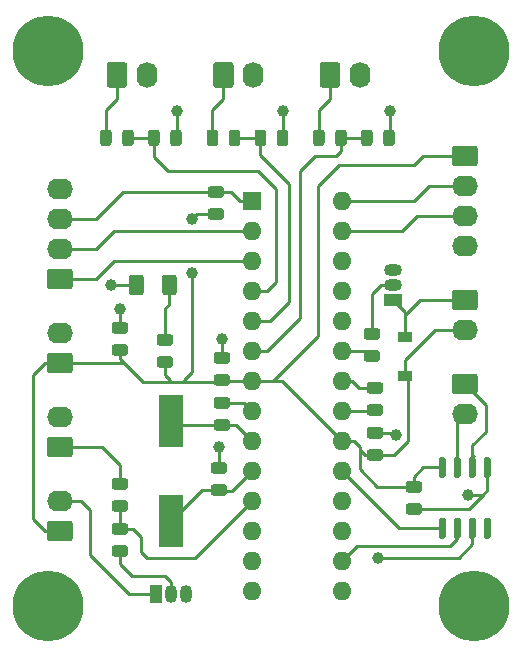
<source format=gbr>
%TF.GenerationSoftware,KiCad,Pcbnew,(5.1.6)-1*%
%TF.CreationDate,2021-03-31T20:23:18+03:00*%
%TF.ProjectId,reflow_oven,7265666c-6f77-45f6-9f76-656e2e6b6963,rev?*%
%TF.SameCoordinates,Original*%
%TF.FileFunction,Copper,L1,Top*%
%TF.FilePolarity,Positive*%
%FSLAX46Y46*%
G04 Gerber Fmt 4.6, Leading zero omitted, Abs format (unit mm)*
G04 Created by KiCad (PCBNEW (5.1.6)-1) date 2021-03-31 20:23:18*
%MOMM*%
%LPD*%
G01*
G04 APERTURE LIST*
%TA.AperFunction,ComponentPad*%
%ADD10R,1.600000X1.600000*%
%TD*%
%TA.AperFunction,ComponentPad*%
%ADD11O,1.600000X1.600000*%
%TD*%
%TA.AperFunction,ComponentPad*%
%ADD12O,1.050000X1.500000*%
%TD*%
%TA.AperFunction,ComponentPad*%
%ADD13R,1.050000X1.500000*%
%TD*%
%TA.AperFunction,ComponentPad*%
%ADD14C,0.800000*%
%TD*%
%TA.AperFunction,ComponentPad*%
%ADD15C,6.000000*%
%TD*%
%TA.AperFunction,ComponentPad*%
%ADD16O,2.190000X1.740000*%
%TD*%
%TA.AperFunction,ComponentPad*%
%ADD17O,1.740000X2.190000*%
%TD*%
%TA.AperFunction,SMDPad,CuDef*%
%ADD18R,1.200000X0.900000*%
%TD*%
%TA.AperFunction,ComponentPad*%
%ADD19O,1.500000X1.050000*%
%TD*%
%TA.AperFunction,ComponentPad*%
%ADD20R,1.500000X1.050000*%
%TD*%
%TA.AperFunction,SMDPad,CuDef*%
%ADD21R,2.000000X4.500000*%
%TD*%
%TA.AperFunction,ViaPad*%
%ADD22C,1.000000*%
%TD*%
%TA.AperFunction,Conductor*%
%ADD23C,0.250000*%
%TD*%
G04 APERTURE END LIST*
%TO.P,R2,1*%
%TO.N,Net-(Q1-Pad2)*%
%TA.AperFunction,SMDPad,CuDef*%
G36*
G01*
X39318250Y-97691000D02*
X38405750Y-97691000D01*
G75*
G02*
X38162000Y-97447250I0J243750D01*
G01*
X38162000Y-96959750D01*
G75*
G02*
X38405750Y-96716000I243750J0D01*
G01*
X39318250Y-96716000D01*
G75*
G02*
X39562000Y-96959750I0J-243750D01*
G01*
X39562000Y-97447250D01*
G75*
G02*
X39318250Y-97691000I-243750J0D01*
G01*
G37*
%TD.AperFunction*%
%TO.P,R2,2*%
%TO.N,RELAY*%
%TA.AperFunction,SMDPad,CuDef*%
G36*
G01*
X39318250Y-95816000D02*
X38405750Y-95816000D01*
G75*
G02*
X38162000Y-95572250I0J243750D01*
G01*
X38162000Y-95084750D01*
G75*
G02*
X38405750Y-94841000I243750J0D01*
G01*
X39318250Y-94841000D01*
G75*
G02*
X39562000Y-95084750I0J-243750D01*
G01*
X39562000Y-95572250D01*
G75*
G02*
X39318250Y-95816000I-243750J0D01*
G01*
G37*
%TD.AperFunction*%
%TD*%
%TO.P,C3,2*%
%TO.N,GND*%
%TA.AperFunction,SMDPad,CuDef*%
G36*
G01*
X47954250Y-81338000D02*
X47041750Y-81338000D01*
G75*
G02*
X46798000Y-81094250I0J243750D01*
G01*
X46798000Y-80606750D01*
G75*
G02*
X47041750Y-80363000I243750J0D01*
G01*
X47954250Y-80363000D01*
G75*
G02*
X48198000Y-80606750I0J-243750D01*
G01*
X48198000Y-81094250D01*
G75*
G02*
X47954250Y-81338000I-243750J0D01*
G01*
G37*
%TD.AperFunction*%
%TO.P,C3,1*%
%TO.N,FAN_CONN+*%
%TA.AperFunction,SMDPad,CuDef*%
G36*
G01*
X47954250Y-83213000D02*
X47041750Y-83213000D01*
G75*
G02*
X46798000Y-82969250I0J243750D01*
G01*
X46798000Y-82481750D01*
G75*
G02*
X47041750Y-82238000I243750J0D01*
G01*
X47954250Y-82238000D01*
G75*
G02*
X48198000Y-82481750I0J-243750D01*
G01*
X48198000Y-82969250D01*
G75*
G02*
X47954250Y-83213000I-243750J0D01*
G01*
G37*
%TD.AperFunction*%
%TD*%
D10*
%TO.P,U1,1*%
%TO.N,RST*%
X50038000Y-67564000D03*
D11*
%TO.P,U1,15*%
%TO.N,Net-(U1-Pad15)*%
X57658000Y-100584000D03*
%TO.P,U1,2*%
%TO.N,UART_RX*%
X50038000Y-70104000D03*
%TO.P,U1,16*%
%TO.N,CS*%
X57658000Y-98044000D03*
%TO.P,U1,3*%
%TO.N,UART_TX*%
X50038000Y-72644000D03*
%TO.P,U1,17*%
%TO.N,Net-(U1-Pad17)*%
X57658000Y-95504000D03*
%TO.P,U1,4*%
%TO.N,BUTTON1*%
X50038000Y-75184000D03*
%TO.P,U1,18*%
%TO.N,D0*%
X57658000Y-92964000D03*
%TO.P,U1,5*%
%TO.N,BUTTON2*%
X50038000Y-77724000D03*
%TO.P,U1,19*%
%TO.N,SCK*%
X57658000Y-90424000D03*
%TO.P,U1,6*%
%TO.N,BUTTON3*%
X50038000Y-80264000D03*
%TO.P,U1,20*%
%TO.N,FAN_CONN+*%
X57658000Y-87884000D03*
%TO.P,U1,7*%
X50038000Y-82804000D03*
%TO.P,U1,21*%
%TO.N,Net-(C6-Pad1)*%
X57658000Y-85344000D03*
%TO.P,U1,8*%
%TO.N,GND*%
X50038000Y-85344000D03*
%TO.P,U1,22*%
X57658000Y-82804000D03*
%TO.P,U1,9*%
%TO.N,XTAL1*%
X50038000Y-87884000D03*
%TO.P,U1,23*%
%TO.N,FAN*%
X57658000Y-80264000D03*
%TO.P,U1,10*%
%TO.N,XTAL2*%
X50038000Y-90424000D03*
%TO.P,U1,24*%
%TO.N,Net-(U1-Pad24)*%
X57658000Y-77724000D03*
%TO.P,U1,11*%
%TO.N,RELAY*%
X50038000Y-92964000D03*
%TO.P,U1,25*%
%TO.N,Net-(U1-Pad25)*%
X57658000Y-75184000D03*
%TO.P,U1,12*%
%TO.N,Net-(U1-Pad12)*%
X50038000Y-95504000D03*
%TO.P,U1,26*%
%TO.N,Net-(U1-Pad26)*%
X57658000Y-72644000D03*
%TO.P,U1,13*%
%TO.N,Net-(U1-Pad13)*%
X50038000Y-98044000D03*
%TO.P,U1,27*%
%TO.N,SCL*%
X57658000Y-70104000D03*
%TO.P,U1,14*%
%TO.N,Net-(U1-Pad14)*%
X50038000Y-100584000D03*
%TO.P,U1,28*%
%TO.N,SDA*%
X57658000Y-67564000D03*
%TD*%
%TO.P,U2,1*%
%TO.N,GND*%
%TA.AperFunction,SMDPad,CuDef*%
G36*
G01*
X69827000Y-89260000D02*
X70127000Y-89260000D01*
G75*
G02*
X70277000Y-89410000I0J-150000D01*
G01*
X70277000Y-90860000D01*
G75*
G02*
X70127000Y-91010000I-150000J0D01*
G01*
X69827000Y-91010000D01*
G75*
G02*
X69677000Y-90860000I0J150000D01*
G01*
X69677000Y-89410000D01*
G75*
G02*
X69827000Y-89260000I150000J0D01*
G01*
G37*
%TD.AperFunction*%
%TO.P,U2,2*%
%TO.N,K-*%
%TA.AperFunction,SMDPad,CuDef*%
G36*
G01*
X68557000Y-89260000D02*
X68857000Y-89260000D01*
G75*
G02*
X69007000Y-89410000I0J-150000D01*
G01*
X69007000Y-90860000D01*
G75*
G02*
X68857000Y-91010000I-150000J0D01*
G01*
X68557000Y-91010000D01*
G75*
G02*
X68407000Y-90860000I0J150000D01*
G01*
X68407000Y-89410000D01*
G75*
G02*
X68557000Y-89260000I150000J0D01*
G01*
G37*
%TD.AperFunction*%
%TO.P,U2,3*%
%TO.N,K+*%
%TA.AperFunction,SMDPad,CuDef*%
G36*
G01*
X67287000Y-89260000D02*
X67587000Y-89260000D01*
G75*
G02*
X67737000Y-89410000I0J-150000D01*
G01*
X67737000Y-90860000D01*
G75*
G02*
X67587000Y-91010000I-150000J0D01*
G01*
X67287000Y-91010000D01*
G75*
G02*
X67137000Y-90860000I0J150000D01*
G01*
X67137000Y-89410000D01*
G75*
G02*
X67287000Y-89260000I150000J0D01*
G01*
G37*
%TD.AperFunction*%
%TO.P,U2,4*%
%TO.N,FAN_CONN+*%
%TA.AperFunction,SMDPad,CuDef*%
G36*
G01*
X66017000Y-89260000D02*
X66317000Y-89260000D01*
G75*
G02*
X66467000Y-89410000I0J-150000D01*
G01*
X66467000Y-90860000D01*
G75*
G02*
X66317000Y-91010000I-150000J0D01*
G01*
X66017000Y-91010000D01*
G75*
G02*
X65867000Y-90860000I0J150000D01*
G01*
X65867000Y-89410000D01*
G75*
G02*
X66017000Y-89260000I150000J0D01*
G01*
G37*
%TD.AperFunction*%
%TO.P,U2,5*%
%TO.N,SCK*%
%TA.AperFunction,SMDPad,CuDef*%
G36*
G01*
X66017000Y-94410000D02*
X66317000Y-94410000D01*
G75*
G02*
X66467000Y-94560000I0J-150000D01*
G01*
X66467000Y-96010000D01*
G75*
G02*
X66317000Y-96160000I-150000J0D01*
G01*
X66017000Y-96160000D01*
G75*
G02*
X65867000Y-96010000I0J150000D01*
G01*
X65867000Y-94560000D01*
G75*
G02*
X66017000Y-94410000I150000J0D01*
G01*
G37*
%TD.AperFunction*%
%TO.P,U2,6*%
%TO.N,CS*%
%TA.AperFunction,SMDPad,CuDef*%
G36*
G01*
X67287000Y-94410000D02*
X67587000Y-94410000D01*
G75*
G02*
X67737000Y-94560000I0J-150000D01*
G01*
X67737000Y-96010000D01*
G75*
G02*
X67587000Y-96160000I-150000J0D01*
G01*
X67287000Y-96160000D01*
G75*
G02*
X67137000Y-96010000I0J150000D01*
G01*
X67137000Y-94560000D01*
G75*
G02*
X67287000Y-94410000I150000J0D01*
G01*
G37*
%TD.AperFunction*%
%TO.P,U2,7*%
%TO.N,D0*%
%TA.AperFunction,SMDPad,CuDef*%
G36*
G01*
X68557000Y-94410000D02*
X68857000Y-94410000D01*
G75*
G02*
X69007000Y-94560000I0J-150000D01*
G01*
X69007000Y-96010000D01*
G75*
G02*
X68857000Y-96160000I-150000J0D01*
G01*
X68557000Y-96160000D01*
G75*
G02*
X68407000Y-96010000I0J150000D01*
G01*
X68407000Y-94560000D01*
G75*
G02*
X68557000Y-94410000I150000J0D01*
G01*
G37*
%TD.AperFunction*%
%TO.P,U2,8*%
%TO.N,N/C*%
%TA.AperFunction,SMDPad,CuDef*%
G36*
G01*
X69827000Y-94410000D02*
X70127000Y-94410000D01*
G75*
G02*
X70277000Y-94560000I0J-150000D01*
G01*
X70277000Y-96010000D01*
G75*
G02*
X70127000Y-96160000I-150000J0D01*
G01*
X69827000Y-96160000D01*
G75*
G02*
X69677000Y-96010000I0J150000D01*
G01*
X69677000Y-94560000D01*
G75*
G02*
X69827000Y-94410000I150000J0D01*
G01*
G37*
%TD.AperFunction*%
%TD*%
D12*
%TO.P,Q1,2*%
%TO.N,Net-(Q1-Pad2)*%
X43180000Y-100838000D03*
%TO.P,Q1,3*%
%TO.N,GND*%
X44450000Y-100838000D03*
D13*
%TO.P,Q1,1*%
%TO.N,RELAY_CONN*%
X41910000Y-100838000D03*
%TD*%
D14*
%TO.P,H2,1*%
%TO.N,N/C*%
X70460990Y-53273010D03*
X68870000Y-52614000D03*
X67279010Y-53273010D03*
X66620000Y-54864000D03*
X67279010Y-56454990D03*
X68870000Y-57114000D03*
X70460990Y-56454990D03*
X71120000Y-54864000D03*
D15*
X68870000Y-54864000D03*
%TD*%
%TO.P,H3,1*%
%TO.N,N/C*%
X68834000Y-101854000D03*
D14*
X71084000Y-101854000D03*
X70424990Y-103444990D03*
X68834000Y-104104000D03*
X67243010Y-103444990D03*
X66584000Y-101854000D03*
X67243010Y-100263010D03*
X68834000Y-99604000D03*
X70424990Y-100263010D03*
%TD*%
%TO.P,C1,2*%
%TO.N,GND*%
%TA.AperFunction,SMDPad,CuDef*%
G36*
G01*
X39318250Y-78798000D02*
X38405750Y-78798000D01*
G75*
G02*
X38162000Y-78554250I0J243750D01*
G01*
X38162000Y-78066750D01*
G75*
G02*
X38405750Y-77823000I243750J0D01*
G01*
X39318250Y-77823000D01*
G75*
G02*
X39562000Y-78066750I0J-243750D01*
G01*
X39562000Y-78554250D01*
G75*
G02*
X39318250Y-78798000I-243750J0D01*
G01*
G37*
%TD.AperFunction*%
%TO.P,C1,1*%
%TO.N,FAN_CONN+*%
%TA.AperFunction,SMDPad,CuDef*%
G36*
G01*
X39318250Y-80673000D02*
X38405750Y-80673000D01*
G75*
G02*
X38162000Y-80429250I0J243750D01*
G01*
X38162000Y-79941750D01*
G75*
G02*
X38405750Y-79698000I243750J0D01*
G01*
X39318250Y-79698000D01*
G75*
G02*
X39562000Y-79941750I0J-243750D01*
G01*
X39562000Y-80429250D01*
G75*
G02*
X39318250Y-80673000I-243750J0D01*
G01*
G37*
%TD.AperFunction*%
%TD*%
%TO.P,C2,1*%
%TO.N,FAN_CONN+*%
%TA.AperFunction,SMDPad,CuDef*%
G36*
G01*
X60908250Y-89563000D02*
X59995750Y-89563000D01*
G75*
G02*
X59752000Y-89319250I0J243750D01*
G01*
X59752000Y-88831750D01*
G75*
G02*
X59995750Y-88588000I243750J0D01*
G01*
X60908250Y-88588000D01*
G75*
G02*
X61152000Y-88831750I0J-243750D01*
G01*
X61152000Y-89319250D01*
G75*
G02*
X60908250Y-89563000I-243750J0D01*
G01*
G37*
%TD.AperFunction*%
%TO.P,C2,2*%
%TO.N,GND*%
%TA.AperFunction,SMDPad,CuDef*%
G36*
G01*
X60908250Y-87688000D02*
X59995750Y-87688000D01*
G75*
G02*
X59752000Y-87444250I0J243750D01*
G01*
X59752000Y-86956750D01*
G75*
G02*
X59995750Y-86713000I243750J0D01*
G01*
X60908250Y-86713000D01*
G75*
G02*
X61152000Y-86956750I0J-243750D01*
G01*
X61152000Y-87444250D01*
G75*
G02*
X60908250Y-87688000I-243750J0D01*
G01*
G37*
%TD.AperFunction*%
%TD*%
%TO.P,C4,1*%
%TO.N,GND*%
%TA.AperFunction,SMDPad,CuDef*%
G36*
G01*
X47041750Y-84173000D02*
X47954250Y-84173000D01*
G75*
G02*
X48198000Y-84416750I0J-243750D01*
G01*
X48198000Y-84904250D01*
G75*
G02*
X47954250Y-85148000I-243750J0D01*
G01*
X47041750Y-85148000D01*
G75*
G02*
X46798000Y-84904250I0J243750D01*
G01*
X46798000Y-84416750D01*
G75*
G02*
X47041750Y-84173000I243750J0D01*
G01*
G37*
%TD.AperFunction*%
%TO.P,C4,2*%
%TO.N,XTAL1*%
%TA.AperFunction,SMDPad,CuDef*%
G36*
G01*
X47041750Y-86048000D02*
X47954250Y-86048000D01*
G75*
G02*
X48198000Y-86291750I0J-243750D01*
G01*
X48198000Y-86779250D01*
G75*
G02*
X47954250Y-87023000I-243750J0D01*
G01*
X47041750Y-87023000D01*
G75*
G02*
X46798000Y-86779250I0J243750D01*
G01*
X46798000Y-86291750D01*
G75*
G02*
X47041750Y-86048000I243750J0D01*
G01*
G37*
%TD.AperFunction*%
%TD*%
%TO.P,C5,1*%
%TO.N,GND*%
%TA.AperFunction,SMDPad,CuDef*%
G36*
G01*
X46787750Y-89682500D02*
X47700250Y-89682500D01*
G75*
G02*
X47944000Y-89926250I0J-243750D01*
G01*
X47944000Y-90413750D01*
G75*
G02*
X47700250Y-90657500I-243750J0D01*
G01*
X46787750Y-90657500D01*
G75*
G02*
X46544000Y-90413750I0J243750D01*
G01*
X46544000Y-89926250D01*
G75*
G02*
X46787750Y-89682500I243750J0D01*
G01*
G37*
%TD.AperFunction*%
%TO.P,C5,2*%
%TO.N,XTAL2*%
%TA.AperFunction,SMDPad,CuDef*%
G36*
G01*
X46787750Y-91557500D02*
X47700250Y-91557500D01*
G75*
G02*
X47944000Y-91801250I0J-243750D01*
G01*
X47944000Y-92288750D01*
G75*
G02*
X47700250Y-92532500I-243750J0D01*
G01*
X46787750Y-92532500D01*
G75*
G02*
X46544000Y-92288750I0J243750D01*
G01*
X46544000Y-91801250D01*
G75*
G02*
X46787750Y-91557500I243750J0D01*
G01*
G37*
%TD.AperFunction*%
%TD*%
%TO.P,C6,2*%
%TO.N,GND*%
%TA.AperFunction,SMDPad,CuDef*%
G36*
G01*
X60908250Y-83878000D02*
X59995750Y-83878000D01*
G75*
G02*
X59752000Y-83634250I0J243750D01*
G01*
X59752000Y-83146750D01*
G75*
G02*
X59995750Y-82903000I243750J0D01*
G01*
X60908250Y-82903000D01*
G75*
G02*
X61152000Y-83146750I0J-243750D01*
G01*
X61152000Y-83634250D01*
G75*
G02*
X60908250Y-83878000I-243750J0D01*
G01*
G37*
%TD.AperFunction*%
%TO.P,C6,1*%
%TO.N,Net-(C6-Pad1)*%
%TA.AperFunction,SMDPad,CuDef*%
G36*
G01*
X60908250Y-85753000D02*
X59995750Y-85753000D01*
G75*
G02*
X59752000Y-85509250I0J243750D01*
G01*
X59752000Y-85021750D01*
G75*
G02*
X59995750Y-84778000I243750J0D01*
G01*
X60908250Y-84778000D01*
G75*
G02*
X61152000Y-85021750I0J-243750D01*
G01*
X61152000Y-85509250D01*
G75*
G02*
X60908250Y-85753000I-243750J0D01*
G01*
G37*
%TD.AperFunction*%
%TD*%
%TO.P,C7,2*%
%TO.N,GND*%
%TA.AperFunction,SMDPad,CuDef*%
G36*
G01*
X63297750Y-93160000D02*
X64210250Y-93160000D01*
G75*
G02*
X64454000Y-93403750I0J-243750D01*
G01*
X64454000Y-93891250D01*
G75*
G02*
X64210250Y-94135000I-243750J0D01*
G01*
X63297750Y-94135000D01*
G75*
G02*
X63054000Y-93891250I0J243750D01*
G01*
X63054000Y-93403750D01*
G75*
G02*
X63297750Y-93160000I243750J0D01*
G01*
G37*
%TD.AperFunction*%
%TO.P,C7,1*%
%TO.N,FAN_CONN+*%
%TA.AperFunction,SMDPad,CuDef*%
G36*
G01*
X63297750Y-91285000D02*
X64210250Y-91285000D01*
G75*
G02*
X64454000Y-91528750I0J-243750D01*
G01*
X64454000Y-92016250D01*
G75*
G02*
X64210250Y-92260000I-243750J0D01*
G01*
X63297750Y-92260000D01*
G75*
G02*
X63054000Y-92016250I0J243750D01*
G01*
X63054000Y-91528750D01*
G75*
G02*
X63297750Y-91285000I243750J0D01*
G01*
G37*
%TD.AperFunction*%
%TD*%
%TO.P,C8,1*%
%TO.N,BUTTON1*%
%TA.AperFunction,SMDPad,CuDef*%
G36*
G01*
X41247000Y-62686250D02*
X41247000Y-61773750D01*
G75*
G02*
X41490750Y-61530000I243750J0D01*
G01*
X41978250Y-61530000D01*
G75*
G02*
X42222000Y-61773750I0J-243750D01*
G01*
X42222000Y-62686250D01*
G75*
G02*
X41978250Y-62930000I-243750J0D01*
G01*
X41490750Y-62930000D01*
G75*
G02*
X41247000Y-62686250I0J243750D01*
G01*
G37*
%TD.AperFunction*%
%TO.P,C8,2*%
%TO.N,GND*%
%TA.AperFunction,SMDPad,CuDef*%
G36*
G01*
X43122000Y-62686250D02*
X43122000Y-61773750D01*
G75*
G02*
X43365750Y-61530000I243750J0D01*
G01*
X43853250Y-61530000D01*
G75*
G02*
X44097000Y-61773750I0J-243750D01*
G01*
X44097000Y-62686250D01*
G75*
G02*
X43853250Y-62930000I-243750J0D01*
G01*
X43365750Y-62930000D01*
G75*
G02*
X43122000Y-62686250I0J243750D01*
G01*
G37*
%TD.AperFunction*%
%TD*%
%TO.P,C9,1*%
%TO.N,BUTTON2*%
%TA.AperFunction,SMDPad,CuDef*%
G36*
G01*
X50264000Y-62686250D02*
X50264000Y-61773750D01*
G75*
G02*
X50507750Y-61530000I243750J0D01*
G01*
X50995250Y-61530000D01*
G75*
G02*
X51239000Y-61773750I0J-243750D01*
G01*
X51239000Y-62686250D01*
G75*
G02*
X50995250Y-62930000I-243750J0D01*
G01*
X50507750Y-62930000D01*
G75*
G02*
X50264000Y-62686250I0J243750D01*
G01*
G37*
%TD.AperFunction*%
%TO.P,C9,2*%
%TO.N,GND*%
%TA.AperFunction,SMDPad,CuDef*%
G36*
G01*
X52139000Y-62686250D02*
X52139000Y-61773750D01*
G75*
G02*
X52382750Y-61530000I243750J0D01*
G01*
X52870250Y-61530000D01*
G75*
G02*
X53114000Y-61773750I0J-243750D01*
G01*
X53114000Y-62686250D01*
G75*
G02*
X52870250Y-62930000I-243750J0D01*
G01*
X52382750Y-62930000D01*
G75*
G02*
X52139000Y-62686250I0J243750D01*
G01*
G37*
%TD.AperFunction*%
%TD*%
%TO.P,R1,1*%
%TO.N,FAN_CONN+*%
%TA.AperFunction,SMDPad,CuDef*%
G36*
G01*
X47446250Y-69164500D02*
X46533750Y-69164500D01*
G75*
G02*
X46290000Y-68920750I0J243750D01*
G01*
X46290000Y-68433250D01*
G75*
G02*
X46533750Y-68189500I243750J0D01*
G01*
X47446250Y-68189500D01*
G75*
G02*
X47690000Y-68433250I0J-243750D01*
G01*
X47690000Y-68920750D01*
G75*
G02*
X47446250Y-69164500I-243750J0D01*
G01*
G37*
%TD.AperFunction*%
%TO.P,R1,2*%
%TO.N,RST*%
%TA.AperFunction,SMDPad,CuDef*%
G36*
G01*
X47446250Y-67289500D02*
X46533750Y-67289500D01*
G75*
G02*
X46290000Y-67045750I0J243750D01*
G01*
X46290000Y-66558250D01*
G75*
G02*
X46533750Y-66314500I243750J0D01*
G01*
X47446250Y-66314500D01*
G75*
G02*
X47690000Y-66558250I0J-243750D01*
G01*
X47690000Y-67045750D01*
G75*
G02*
X47446250Y-67289500I-243750J0D01*
G01*
G37*
%TD.AperFunction*%
%TD*%
%TO.P,R3,2*%
%TO.N,LED_CONN*%
%TA.AperFunction,SMDPad,CuDef*%
G36*
G01*
X39318250Y-92006000D02*
X38405750Y-92006000D01*
G75*
G02*
X38162000Y-91762250I0J243750D01*
G01*
X38162000Y-91274750D01*
G75*
G02*
X38405750Y-91031000I243750J0D01*
G01*
X39318250Y-91031000D01*
G75*
G02*
X39562000Y-91274750I0J-243750D01*
G01*
X39562000Y-91762250D01*
G75*
G02*
X39318250Y-92006000I-243750J0D01*
G01*
G37*
%TD.AperFunction*%
%TO.P,R3,1*%
%TO.N,RELAY*%
%TA.AperFunction,SMDPad,CuDef*%
G36*
G01*
X39318250Y-93881000D02*
X38405750Y-93881000D01*
G75*
G02*
X38162000Y-93637250I0J243750D01*
G01*
X38162000Y-93149750D01*
G75*
G02*
X38405750Y-92906000I243750J0D01*
G01*
X39318250Y-92906000D01*
G75*
G02*
X39562000Y-93149750I0J-243750D01*
G01*
X39562000Y-93637250D01*
G75*
G02*
X39318250Y-93881000I-243750J0D01*
G01*
G37*
%TD.AperFunction*%
%TD*%
%TO.P,R4,2*%
%TO.N,BUTTON1*%
%TA.AperFunction,SMDPad,CuDef*%
G36*
G01*
X39058000Y-62686250D02*
X39058000Y-61773750D01*
G75*
G02*
X39301750Y-61530000I243750J0D01*
G01*
X39789250Y-61530000D01*
G75*
G02*
X40033000Y-61773750I0J-243750D01*
G01*
X40033000Y-62686250D01*
G75*
G02*
X39789250Y-62930000I-243750J0D01*
G01*
X39301750Y-62930000D01*
G75*
G02*
X39058000Y-62686250I0J243750D01*
G01*
G37*
%TD.AperFunction*%
%TO.P,R4,1*%
%TO.N,BUTTON1_CONN*%
%TA.AperFunction,SMDPad,CuDef*%
G36*
G01*
X37183000Y-62686250D02*
X37183000Y-61773750D01*
G75*
G02*
X37426750Y-61530000I243750J0D01*
G01*
X37914250Y-61530000D01*
G75*
G02*
X38158000Y-61773750I0J-243750D01*
G01*
X38158000Y-62686250D01*
G75*
G02*
X37914250Y-62930000I-243750J0D01*
G01*
X37426750Y-62930000D01*
G75*
G02*
X37183000Y-62686250I0J243750D01*
G01*
G37*
%TD.AperFunction*%
%TD*%
%TO.P,R5,1*%
%TO.N,BUTTON2_CONN*%
%TA.AperFunction,SMDPad,CuDef*%
G36*
G01*
X46200000Y-62686250D02*
X46200000Y-61773750D01*
G75*
G02*
X46443750Y-61530000I243750J0D01*
G01*
X46931250Y-61530000D01*
G75*
G02*
X47175000Y-61773750I0J-243750D01*
G01*
X47175000Y-62686250D01*
G75*
G02*
X46931250Y-62930000I-243750J0D01*
G01*
X46443750Y-62930000D01*
G75*
G02*
X46200000Y-62686250I0J243750D01*
G01*
G37*
%TD.AperFunction*%
%TO.P,R5,2*%
%TO.N,BUTTON2*%
%TA.AperFunction,SMDPad,CuDef*%
G36*
G01*
X48075000Y-62686250D02*
X48075000Y-61773750D01*
G75*
G02*
X48318750Y-61530000I243750J0D01*
G01*
X48806250Y-61530000D01*
G75*
G02*
X49050000Y-61773750I0J-243750D01*
G01*
X49050000Y-62686250D01*
G75*
G02*
X48806250Y-62930000I-243750J0D01*
G01*
X48318750Y-62930000D01*
G75*
G02*
X48075000Y-62686250I0J243750D01*
G01*
G37*
%TD.AperFunction*%
%TD*%
D15*
%TO.P,H4,1*%
%TO.N,N/C*%
X32766000Y-54864000D03*
D14*
X35016000Y-54864000D03*
X34356990Y-56454990D03*
X32766000Y-57114000D03*
X31175010Y-56454990D03*
X30516000Y-54864000D03*
X31175010Y-53273010D03*
X32766000Y-52614000D03*
X34356990Y-53273010D03*
%TD*%
D15*
%TO.P,H1,1*%
%TO.N,N/C*%
X32766000Y-101854000D03*
D14*
X35016000Y-101854000D03*
X34356990Y-103444990D03*
X32766000Y-104104000D03*
X31175010Y-103444990D03*
X30516000Y-101854000D03*
X31175010Y-100263010D03*
X32766000Y-99604000D03*
X34356990Y-100263010D03*
%TD*%
D16*
%TO.P,J1,4*%
%TO.N,GND*%
X33782000Y-66548000D03*
%TO.P,J1,3*%
%TO.N,RST*%
X33782000Y-69088000D03*
%TO.P,J1,2*%
%TO.N,UART_RX*%
X33782000Y-71628000D03*
%TO.P,J1,1*%
%TO.N,UART_TX*%
%TA.AperFunction,ComponentPad*%
G36*
G01*
X34627001Y-75038000D02*
X32936999Y-75038000D01*
G75*
G02*
X32687000Y-74788001I0J249999D01*
G01*
X32687000Y-73547999D01*
G75*
G02*
X32936999Y-73298000I249999J0D01*
G01*
X34627001Y-73298000D01*
G75*
G02*
X34877000Y-73547999I0J-249999D01*
G01*
X34877000Y-74788001D01*
G75*
G02*
X34627001Y-75038000I-249999J0D01*
G01*
G37*
%TD.AperFunction*%
%TD*%
%TO.P,J2,2*%
%TO.N,GND*%
X33782000Y-78740000D03*
%TO.P,J2,1*%
%TO.N,FAN_CONN+*%
%TA.AperFunction,ComponentPad*%
G36*
G01*
X34627001Y-82150000D02*
X32936999Y-82150000D01*
G75*
G02*
X32687000Y-81900001I0J249999D01*
G01*
X32687000Y-80659999D01*
G75*
G02*
X32936999Y-80410000I249999J0D01*
G01*
X34627001Y-80410000D01*
G75*
G02*
X34877000Y-80659999I0J-249999D01*
G01*
X34877000Y-81900001D01*
G75*
G02*
X34627001Y-82150000I-249999J0D01*
G01*
G37*
%TD.AperFunction*%
%TD*%
%TO.P,J3,1*%
%TO.N,LED_CONN*%
%TA.AperFunction,ComponentPad*%
G36*
G01*
X34627001Y-89262000D02*
X32936999Y-89262000D01*
G75*
G02*
X32687000Y-89012001I0J249999D01*
G01*
X32687000Y-87771999D01*
G75*
G02*
X32936999Y-87522000I249999J0D01*
G01*
X34627001Y-87522000D01*
G75*
G02*
X34877000Y-87771999I0J-249999D01*
G01*
X34877000Y-89012001D01*
G75*
G02*
X34627001Y-89262000I-249999J0D01*
G01*
G37*
%TD.AperFunction*%
%TO.P,J3,2*%
%TO.N,GND*%
X33782000Y-85852000D03*
%TD*%
%TO.P,J4,1*%
%TO.N,K-*%
%TA.AperFunction,ComponentPad*%
G36*
G01*
X67226999Y-82188000D02*
X68917001Y-82188000D01*
G75*
G02*
X69167000Y-82437999I0J-249999D01*
G01*
X69167000Y-83678001D01*
G75*
G02*
X68917001Y-83928000I-249999J0D01*
G01*
X67226999Y-83928000D01*
G75*
G02*
X66977000Y-83678001I0J249999D01*
G01*
X66977000Y-82437999D01*
G75*
G02*
X67226999Y-82188000I249999J0D01*
G01*
G37*
%TD.AperFunction*%
%TO.P,J4,2*%
%TO.N,K+*%
X68072000Y-85598000D03*
%TD*%
D17*
%TO.P,J5,2*%
%TO.N,GND*%
X41148000Y-56896000D03*
%TO.P,J5,1*%
%TO.N,BUTTON1_CONN*%
%TA.AperFunction,ComponentPad*%
G36*
G01*
X37738000Y-57741001D02*
X37738000Y-56050999D01*
G75*
G02*
X37987999Y-55801000I249999J0D01*
G01*
X39228001Y-55801000D01*
G75*
G02*
X39478000Y-56050999I0J-249999D01*
G01*
X39478000Y-57741001D01*
G75*
G02*
X39228001Y-57991000I-249999J0D01*
G01*
X37987999Y-57991000D01*
G75*
G02*
X37738000Y-57741001I0J249999D01*
G01*
G37*
%TD.AperFunction*%
%TD*%
%TO.P,J6,1*%
%TO.N,BUTTON2_CONN*%
%TA.AperFunction,ComponentPad*%
G36*
G01*
X46755000Y-57741001D02*
X46755000Y-56050999D01*
G75*
G02*
X47004999Y-55801000I249999J0D01*
G01*
X48245001Y-55801000D01*
G75*
G02*
X48495000Y-56050999I0J-249999D01*
G01*
X48495000Y-57741001D01*
G75*
G02*
X48245001Y-57991000I-249999J0D01*
G01*
X47004999Y-57991000D01*
G75*
G02*
X46755000Y-57741001I0J249999D01*
G01*
G37*
%TD.AperFunction*%
%TO.P,J6,2*%
%TO.N,GND*%
X50165000Y-56896000D03*
%TD*%
D16*
%TO.P,J7,2*%
%TO.N,RELAY_CONN*%
X33782000Y-92964000D03*
%TO.P,J7,1*%
%TO.N,FAN_CONN+*%
%TA.AperFunction,ComponentPad*%
G36*
G01*
X34627001Y-96374000D02*
X32936999Y-96374000D01*
G75*
G02*
X32687000Y-96124001I0J249999D01*
G01*
X32687000Y-94883999D01*
G75*
G02*
X32936999Y-94634000I249999J0D01*
G01*
X34627001Y-94634000D01*
G75*
G02*
X34877000Y-94883999I0J-249999D01*
G01*
X34877000Y-96124001D01*
G75*
G02*
X34627001Y-96374000I-249999J0D01*
G01*
G37*
%TD.AperFunction*%
%TD*%
%TO.P,J8,1*%
%TO.N,FAN_CONN+*%
%TA.AperFunction,ComponentPad*%
G36*
G01*
X67226999Y-62884000D02*
X68917001Y-62884000D01*
G75*
G02*
X69167000Y-63133999I0J-249999D01*
G01*
X69167000Y-64374001D01*
G75*
G02*
X68917001Y-64624000I-249999J0D01*
G01*
X67226999Y-64624000D01*
G75*
G02*
X66977000Y-64374001I0J249999D01*
G01*
X66977000Y-63133999D01*
G75*
G02*
X67226999Y-62884000I249999J0D01*
G01*
G37*
%TD.AperFunction*%
%TO.P,J8,2*%
%TO.N,SDA*%
X68072000Y-66294000D03*
%TO.P,J8,3*%
%TO.N,SCL*%
X68072000Y-68834000D03*
%TO.P,J8,4*%
%TO.N,GND*%
X68072000Y-71374000D03*
%TD*%
%TO.P,C10,1*%
%TO.N,BUTTON3*%
%TA.AperFunction,SMDPad,CuDef*%
G36*
G01*
X59281000Y-62686250D02*
X59281000Y-61773750D01*
G75*
G02*
X59524750Y-61530000I243750J0D01*
G01*
X60012250Y-61530000D01*
G75*
G02*
X60256000Y-61773750I0J-243750D01*
G01*
X60256000Y-62686250D01*
G75*
G02*
X60012250Y-62930000I-243750J0D01*
G01*
X59524750Y-62930000D01*
G75*
G02*
X59281000Y-62686250I0J243750D01*
G01*
G37*
%TD.AperFunction*%
%TO.P,C10,2*%
%TO.N,GND*%
%TA.AperFunction,SMDPad,CuDef*%
G36*
G01*
X61156000Y-62686250D02*
X61156000Y-61773750D01*
G75*
G02*
X61399750Y-61530000I243750J0D01*
G01*
X61887250Y-61530000D01*
G75*
G02*
X62131000Y-61773750I0J-243750D01*
G01*
X62131000Y-62686250D01*
G75*
G02*
X61887250Y-62930000I-243750J0D01*
G01*
X61399750Y-62930000D01*
G75*
G02*
X61156000Y-62686250I0J243750D01*
G01*
G37*
%TD.AperFunction*%
%TD*%
%TO.P,J9,1*%
%TO.N,BUTTON3_CONN*%
%TA.AperFunction,ComponentPad*%
G36*
G01*
X55772000Y-57741001D02*
X55772000Y-56050999D01*
G75*
G02*
X56021999Y-55801000I249999J0D01*
G01*
X57262001Y-55801000D01*
G75*
G02*
X57512000Y-56050999I0J-249999D01*
G01*
X57512000Y-57741001D01*
G75*
G02*
X57262001Y-57991000I-249999J0D01*
G01*
X56021999Y-57991000D01*
G75*
G02*
X55772000Y-57741001I0J249999D01*
G01*
G37*
%TD.AperFunction*%
D17*
%TO.P,J9,2*%
%TO.N,GND*%
X59182000Y-56896000D03*
%TD*%
%TO.P,R6,1*%
%TO.N,BUTTON3_CONN*%
%TA.AperFunction,SMDPad,CuDef*%
G36*
G01*
X55217000Y-62686250D02*
X55217000Y-61773750D01*
G75*
G02*
X55460750Y-61530000I243750J0D01*
G01*
X55948250Y-61530000D01*
G75*
G02*
X56192000Y-61773750I0J-243750D01*
G01*
X56192000Y-62686250D01*
G75*
G02*
X55948250Y-62930000I-243750J0D01*
G01*
X55460750Y-62930000D01*
G75*
G02*
X55217000Y-62686250I0J243750D01*
G01*
G37*
%TD.AperFunction*%
%TO.P,R6,2*%
%TO.N,BUTTON3*%
%TA.AperFunction,SMDPad,CuDef*%
G36*
G01*
X57092000Y-62686250D02*
X57092000Y-61773750D01*
G75*
G02*
X57335750Y-61530000I243750J0D01*
G01*
X57823250Y-61530000D01*
G75*
G02*
X58067000Y-61773750I0J-243750D01*
G01*
X58067000Y-62686250D01*
G75*
G02*
X57823250Y-62930000I-243750J0D01*
G01*
X57335750Y-62930000D01*
G75*
G02*
X57092000Y-62686250I0J243750D01*
G01*
G37*
%TD.AperFunction*%
%TD*%
D18*
%TO.P,D1,1*%
%TO.N,FAN_CONN+*%
X62992000Y-82422000D03*
%TO.P,D1,2*%
%TO.N,FAN_CONN-*%
X62992000Y-79122000D03*
%TD*%
%TO.P,J10,1*%
%TO.N,FAN_CONN-*%
%TA.AperFunction,ComponentPad*%
G36*
G01*
X67226999Y-75076000D02*
X68917001Y-75076000D01*
G75*
G02*
X69167000Y-75325999I0J-249999D01*
G01*
X69167000Y-76566001D01*
G75*
G02*
X68917001Y-76816000I-249999J0D01*
G01*
X67226999Y-76816000D01*
G75*
G02*
X66977000Y-76566001I0J249999D01*
G01*
X66977000Y-75325999D01*
G75*
G02*
X67226999Y-75076000I249999J0D01*
G01*
G37*
%TD.AperFunction*%
D16*
%TO.P,J10,2*%
%TO.N,FAN_CONN+*%
X68072000Y-78486000D03*
%TD*%
D19*
%TO.P,Q2,2*%
%TO.N,Net-(Q2-Pad2)*%
X61976000Y-74676000D03*
%TO.P,Q2,3*%
%TO.N,GND*%
X61976000Y-73406000D03*
D20*
%TO.P,Q2,1*%
%TO.N,FAN_CONN-*%
X61976000Y-75946000D03*
%TD*%
%TO.P,R7,1*%
%TO.N,Net-(Q2-Pad2)*%
%TA.AperFunction,SMDPad,CuDef*%
G36*
G01*
X59741750Y-78331000D02*
X60654250Y-78331000D01*
G75*
G02*
X60898000Y-78574750I0J-243750D01*
G01*
X60898000Y-79062250D01*
G75*
G02*
X60654250Y-79306000I-243750J0D01*
G01*
X59741750Y-79306000D01*
G75*
G02*
X59498000Y-79062250I0J243750D01*
G01*
X59498000Y-78574750D01*
G75*
G02*
X59741750Y-78331000I243750J0D01*
G01*
G37*
%TD.AperFunction*%
%TO.P,R7,2*%
%TO.N,FAN*%
%TA.AperFunction,SMDPad,CuDef*%
G36*
G01*
X59741750Y-80206000D02*
X60654250Y-80206000D01*
G75*
G02*
X60898000Y-80449750I0J-243750D01*
G01*
X60898000Y-80937250D01*
G75*
G02*
X60654250Y-81181000I-243750J0D01*
G01*
X59741750Y-81181000D01*
G75*
G02*
X59498000Y-80937250I0J243750D01*
G01*
X59498000Y-80449750D01*
G75*
G02*
X59741750Y-80206000I243750J0D01*
G01*
G37*
%TD.AperFunction*%
%TD*%
D21*
%TO.P,Y1,1*%
%TO.N,XTAL2*%
X43180000Y-94674000D03*
%TO.P,Y1,2*%
%TO.N,XTAL1*%
X43180000Y-86174000D03*
%TD*%
%TO.P,D2,1*%
%TO.N,GND*%
%TA.AperFunction,SMDPad,CuDef*%
G36*
G01*
X39631000Y-75301000D02*
X39631000Y-74051000D01*
G75*
G02*
X39881000Y-73801000I250000J0D01*
G01*
X40631000Y-73801000D01*
G75*
G02*
X40881000Y-74051000I0J-250000D01*
G01*
X40881000Y-75301000D01*
G75*
G02*
X40631000Y-75551000I-250000J0D01*
G01*
X39881000Y-75551000D01*
G75*
G02*
X39631000Y-75301000I0J250000D01*
G01*
G37*
%TD.AperFunction*%
%TO.P,D2,2*%
%TO.N,Net-(D2-Pad2)*%
%TA.AperFunction,SMDPad,CuDef*%
G36*
G01*
X42431000Y-75301000D02*
X42431000Y-74051000D01*
G75*
G02*
X42681000Y-73801000I250000J0D01*
G01*
X43431000Y-73801000D01*
G75*
G02*
X43681000Y-74051000I0J-250000D01*
G01*
X43681000Y-75301000D01*
G75*
G02*
X43431000Y-75551000I-250000J0D01*
G01*
X42681000Y-75551000D01*
G75*
G02*
X42431000Y-75301000I0J250000D01*
G01*
G37*
%TD.AperFunction*%
%TD*%
%TO.P,R8,1*%
%TO.N,FAN_CONN+*%
%TA.AperFunction,SMDPad,CuDef*%
G36*
G01*
X43128250Y-81689000D02*
X42215750Y-81689000D01*
G75*
G02*
X41972000Y-81445250I0J243750D01*
G01*
X41972000Y-80957750D01*
G75*
G02*
X42215750Y-80714000I243750J0D01*
G01*
X43128250Y-80714000D01*
G75*
G02*
X43372000Y-80957750I0J-243750D01*
G01*
X43372000Y-81445250D01*
G75*
G02*
X43128250Y-81689000I-243750J0D01*
G01*
G37*
%TD.AperFunction*%
%TO.P,R8,2*%
%TO.N,Net-(D2-Pad2)*%
%TA.AperFunction,SMDPad,CuDef*%
G36*
G01*
X43128250Y-79814000D02*
X42215750Y-79814000D01*
G75*
G02*
X41972000Y-79570250I0J243750D01*
G01*
X41972000Y-79082750D01*
G75*
G02*
X42215750Y-78839000I243750J0D01*
G01*
X43128250Y-78839000D01*
G75*
G02*
X43372000Y-79082750I0J-243750D01*
G01*
X43372000Y-79570250D01*
G75*
G02*
X43128250Y-79814000I-243750J0D01*
G01*
G37*
%TD.AperFunction*%
%TD*%
D22*
%TO.N,GND*%
X61722000Y-59944000D03*
X52705000Y-59944000D03*
X38862000Y-76708000D03*
X47244000Y-88392000D03*
X43688000Y-59944000D03*
X47498000Y-79248000D03*
X62230000Y-87376000D03*
X68326000Y-92456000D03*
X38100000Y-74676000D03*
%TO.N,D0*%
X60706000Y-97790000D03*
%TO.N,FAN_CONN+*%
X44958000Y-69088000D03*
X44958000Y-73660000D03*
%TD*%
D23*
%TO.N,GND*%
X61722000Y-61976000D02*
X61722000Y-60119500D01*
X52705000Y-61976000D02*
X52705000Y-60119500D01*
X38862000Y-78310500D02*
X38862000Y-76708000D01*
X49354500Y-84660500D02*
X50038000Y-85344000D01*
X47498000Y-84660500D02*
X49354500Y-84660500D01*
X47244000Y-90170000D02*
X47244000Y-88392000D01*
X43688000Y-61976000D02*
X43688000Y-60119500D01*
X47498000Y-80850500D02*
X47498000Y-79248000D01*
X57736500Y-82882500D02*
X57658000Y-82804000D01*
X34036000Y-78486000D02*
X33782000Y-78232000D01*
X60452000Y-83390500D02*
X59103500Y-83390500D01*
X58517000Y-82804000D02*
X57658000Y-82804000D01*
X59103500Y-83390500D02*
X58517000Y-82804000D01*
X63754000Y-93647500D02*
X68404500Y-93647500D01*
X69977000Y-92075000D02*
X69977000Y-90135000D01*
X60452000Y-87200500D02*
X62054500Y-87200500D01*
X62054500Y-87200500D02*
X62230000Y-87376000D01*
X69596000Y-92456000D02*
X68326000Y-92456000D01*
X68404500Y-93647500D02*
X69596000Y-92456000D01*
X69596000Y-92456000D02*
X69977000Y-92075000D01*
X40256000Y-74676000D02*
X38100000Y-74676000D01*
%TO.N,XTAL1*%
X48707000Y-86553000D02*
X47625000Y-86553000D01*
X50038000Y-87884000D02*
X48707000Y-86553000D01*
X43999500Y-86553000D02*
X43815000Y-86368500D01*
X47625000Y-86553000D02*
X43999500Y-86553000D01*
%TO.N,XTAL2*%
X48321000Y-92141000D02*
X47625000Y-92141000D01*
X50038000Y-90424000D02*
X48321000Y-92141000D01*
X45809000Y-92045000D02*
X43180000Y-94674000D01*
X47244000Y-92045000D02*
X45809000Y-92045000D01*
%TO.N,Net-(C6-Pad1)*%
X57724000Y-85410000D02*
X57658000Y-85344000D01*
X57736500Y-85344000D02*
X59944000Y-85344000D01*
%TO.N,BUTTON1*%
X41734500Y-62230000D02*
X39545500Y-62230000D01*
X51308000Y-75184000D02*
X52070000Y-74422000D01*
X52070000Y-74422000D02*
X52070000Y-66548000D01*
X52070000Y-66548000D02*
X50546000Y-65024000D01*
X50038000Y-75184000D02*
X51308000Y-75184000D01*
X50546000Y-65024000D02*
X42926000Y-65024000D01*
X41734500Y-63832500D02*
X41734500Y-62230000D01*
X42926000Y-65024000D02*
X41734500Y-63832500D01*
%TO.N,BUTTON2*%
X48562500Y-62230000D02*
X50751500Y-62230000D01*
X53164500Y-66118500D02*
X50751500Y-63705500D01*
X53164500Y-76121500D02*
X53164500Y-66118500D01*
X50038000Y-77724000D02*
X51562000Y-77724000D01*
X51562000Y-77724000D02*
X53164500Y-76121500D01*
X50751500Y-63705500D02*
X50751500Y-62230000D01*
%TO.N,RST*%
X50038000Y-67564000D02*
X49022000Y-67564000D01*
X48260000Y-66802000D02*
X46990000Y-66802000D01*
X49022000Y-67564000D02*
X48260000Y-66802000D01*
X46990000Y-66802000D02*
X39116000Y-66802000D01*
X36830000Y-69088000D02*
X33782000Y-69088000D01*
X39116000Y-66802000D02*
X36830000Y-69088000D01*
%TO.N,UART_RX*%
X50038000Y-70104000D02*
X38354000Y-70104000D01*
X36830000Y-71628000D02*
X33782000Y-71628000D01*
X38354000Y-70104000D02*
X36830000Y-71628000D01*
%TO.N,UART_TX*%
X50038000Y-72644000D02*
X38354000Y-72644000D01*
X36830000Y-74168000D02*
X33782000Y-74168000D01*
X38354000Y-72644000D02*
X36830000Y-74168000D01*
%TO.N,LED_CONN*%
X38862000Y-91518500D02*
X38862000Y-89916000D01*
X37338000Y-88392000D02*
X33782000Y-88392000D01*
X38862000Y-89916000D02*
X37338000Y-88392000D01*
%TO.N,K+*%
X67437000Y-85725000D02*
X67310000Y-85598000D01*
X67437000Y-86233000D02*
X68072000Y-85598000D01*
X67437000Y-90135000D02*
X67437000Y-86233000D01*
%TO.N,K-*%
X68707000Y-89260000D02*
X68834000Y-89133000D01*
X68707000Y-90135000D02*
X68707000Y-89260000D01*
X68707000Y-90135000D02*
X68707000Y-88265000D01*
X68707000Y-88265000D02*
X69850000Y-87122000D01*
X69850000Y-84836000D02*
X68072000Y-83058000D01*
X69850000Y-87122000D02*
X69850000Y-84836000D01*
%TO.N,BUTTON1_CONN*%
X37670500Y-62230000D02*
X37670500Y-59865500D01*
X38608000Y-58928000D02*
X38608000Y-56896000D01*
X37670500Y-59865500D02*
X38608000Y-58928000D01*
%TO.N,BUTTON2_CONN*%
X46687500Y-62230000D02*
X46687500Y-59865500D01*
X47625000Y-58928000D02*
X47625000Y-56896000D01*
X46687500Y-59865500D02*
X47625000Y-58928000D01*
%TO.N,RELAY_CONN*%
X36322000Y-97536000D02*
X39624000Y-100838000D01*
X36322000Y-93726000D02*
X36322000Y-97536000D01*
X39624000Y-100838000D02*
X41910000Y-100838000D01*
X33782000Y-92964000D02*
X35560000Y-92964000D01*
X35560000Y-92964000D02*
X36322000Y-93726000D01*
%TO.N,Net-(Q1-Pad2)*%
X38862000Y-98298000D02*
X38862000Y-97203500D01*
X42672000Y-99314000D02*
X39878000Y-99314000D01*
X43180000Y-100838000D02*
X43180000Y-99822000D01*
X39878000Y-99314000D02*
X38862000Y-98298000D01*
X43180000Y-99822000D02*
X42672000Y-99314000D01*
%TO.N,RELAY*%
X50038000Y-92964000D02*
X45212000Y-97790000D01*
X45212000Y-97790000D02*
X41148000Y-97790000D01*
X41148000Y-97790000D02*
X40640000Y-97282000D01*
X38862000Y-95328500D02*
X38862000Y-93393500D01*
X40640000Y-97282000D02*
X40640000Y-96012000D01*
X39956500Y-95328500D02*
X38862000Y-95328500D01*
X40640000Y-96012000D02*
X39956500Y-95328500D01*
%TO.N,CS*%
X67437000Y-94523000D02*
X67437000Y-95377000D01*
X66823000Y-96774000D02*
X67437000Y-96160000D01*
X58928000Y-96774000D02*
X66823000Y-96774000D01*
X67437000Y-96160000D02*
X67437000Y-95285000D01*
X57658000Y-98044000D02*
X58928000Y-96774000D01*
%TO.N,D0*%
X68707000Y-94523000D02*
X68707000Y-95377000D01*
X68707000Y-96160000D02*
X68707000Y-95285000D01*
X68707000Y-96647000D02*
X68707000Y-95285000D01*
X60706000Y-97790000D02*
X67564000Y-97790000D01*
X67564000Y-97790000D02*
X68707000Y-96647000D01*
%TO.N,SCK*%
X62519000Y-95285000D02*
X62703000Y-95285000D01*
X57658000Y-90424000D02*
X62519000Y-95285000D01*
X66167000Y-95285000D02*
X62703000Y-95285000D01*
%TO.N,SDA*%
X57658000Y-67564000D02*
X63754000Y-67564000D01*
X65024000Y-66294000D02*
X67310000Y-66294000D01*
X63754000Y-67564000D02*
X65024000Y-66294000D01*
%TO.N,SCL*%
X57658000Y-70104000D02*
X62738000Y-70104000D01*
X64008000Y-68834000D02*
X67310000Y-68834000D01*
X62738000Y-70104000D02*
X64008000Y-68834000D01*
%TO.N,BUTTON3*%
X59514500Y-62230000D02*
X57325500Y-62230000D01*
X57150000Y-63754000D02*
X57579500Y-63324500D01*
X51308000Y-80264000D02*
X54102000Y-77470000D01*
X50038000Y-80264000D02*
X51308000Y-80264000D01*
X54102000Y-77470000D02*
X54102000Y-65024000D01*
X54102000Y-65024000D02*
X55372000Y-63754000D01*
X57579500Y-63324500D02*
X57579500Y-62230000D01*
X55372000Y-63754000D02*
X57150000Y-63754000D01*
%TO.N,BUTTON3_CONN*%
X55704500Y-62230000D02*
X55704500Y-59865500D01*
X56642000Y-58928000D02*
X56642000Y-56896000D01*
X55704500Y-59865500D02*
X56642000Y-58928000D01*
%TO.N,FAN_CONN+*%
X52578000Y-82804000D02*
X57658000Y-87884000D01*
X50038000Y-82804000D02*
X52578000Y-82804000D01*
X47322500Y-82804000D02*
X47244000Y-82725500D01*
X50038000Y-82804000D02*
X47322500Y-82804000D01*
X44897000Y-82865000D02*
X47625000Y-82865000D01*
X57658000Y-87884000D02*
X58674000Y-87884000D01*
X46990000Y-68677000D02*
X45369000Y-68677000D01*
X45369000Y-68677000D02*
X44958000Y-69088000D01*
X64551000Y-90135000D02*
X66167000Y-90135000D01*
X59182000Y-88392000D02*
X58674000Y-87884000D01*
X63754000Y-91772500D02*
X60657500Y-91772500D01*
X60657500Y-91772500D02*
X59182000Y-90297000D01*
X63754000Y-90932000D02*
X64551000Y-90135000D01*
X63754000Y-91772500D02*
X63754000Y-90932000D01*
X39194500Y-81280000D02*
X40779500Y-82865000D01*
X44257000Y-82743000D02*
X44257000Y-82865000D01*
X44958000Y-73660000D02*
X44958000Y-82042000D01*
X44958000Y-82042000D02*
X44257000Y-82743000D01*
X44897000Y-82865000D02*
X44257000Y-82865000D01*
X64516000Y-63754000D02*
X67310000Y-63754000D01*
X63754000Y-64516000D02*
X64516000Y-63754000D01*
X50038000Y-82804000D02*
X51816000Y-82804000D01*
X51816000Y-82804000D02*
X55626000Y-78994000D01*
X55626000Y-78994000D02*
X55626000Y-66294000D01*
X57404000Y-64516000D02*
X63754000Y-64516000D01*
X55626000Y-66294000D02*
X57404000Y-64516000D01*
X38686500Y-80361000D02*
X38862000Y-80185500D01*
X62992000Y-81026000D02*
X62992000Y-82422000D01*
X68072000Y-78486000D02*
X65532000Y-78486000D01*
X65532000Y-78486000D02*
X62992000Y-81026000D01*
X39194500Y-81280000D02*
X33782000Y-81280000D01*
X33782000Y-95504000D02*
X32512000Y-95504000D01*
X32512000Y-95504000D02*
X31496000Y-94488000D01*
X31496000Y-94488000D02*
X31496000Y-82296000D01*
X32512000Y-81280000D02*
X33782000Y-81280000D01*
X31496000Y-82296000D02*
X32512000Y-81280000D01*
X44257000Y-82865000D02*
X43119000Y-82865000D01*
X43119000Y-82865000D02*
X43119000Y-82743000D01*
X43119000Y-82865000D02*
X40779500Y-82865000D01*
X42672000Y-82296000D02*
X42672000Y-81201500D01*
X43119000Y-82743000D02*
X42672000Y-82296000D01*
X38862000Y-80947500D02*
X39194500Y-81280000D01*
X38862000Y-80185500D02*
X38862000Y-80947500D01*
X59611500Y-89075500D02*
X59182000Y-88646000D01*
X60452000Y-89075500D02*
X59611500Y-89075500D01*
X59182000Y-90297000D02*
X59182000Y-88646000D01*
X59182000Y-88646000D02*
X59182000Y-88392000D01*
X60452000Y-89075500D02*
X62054500Y-89075500D01*
X62054500Y-89075500D02*
X63246000Y-87884000D01*
X63246000Y-82676000D02*
X62992000Y-82422000D01*
X63246000Y-87884000D02*
X63246000Y-82676000D01*
%TO.N,FAN_CONN-*%
X62738000Y-76708000D02*
X61976000Y-75946000D01*
X62992000Y-77216000D02*
X62992000Y-79122000D01*
X68072000Y-75946000D02*
X64262000Y-75946000D01*
X64262000Y-75946000D02*
X62992000Y-77216000D01*
X62992000Y-77216000D02*
X62992000Y-76962000D01*
X62992000Y-76962000D02*
X62738000Y-76708000D01*
%TO.N,Net-(Q2-Pad2)*%
X61976000Y-74676000D02*
X60960000Y-74676000D01*
X60198000Y-75438000D02*
X60198000Y-78818500D01*
X60960000Y-74676000D02*
X60198000Y-75438000D01*
%TO.N,FAN*%
X59768500Y-80264000D02*
X60198000Y-80693500D01*
X57658000Y-80264000D02*
X59768500Y-80264000D01*
%TO.N,Net-(D2-Pad2)*%
X42672000Y-79326500D02*
X42672000Y-76708000D01*
X43056000Y-76324000D02*
X43056000Y-74676000D01*
X42672000Y-76708000D02*
X43056000Y-76324000D01*
%TD*%
M02*

</source>
